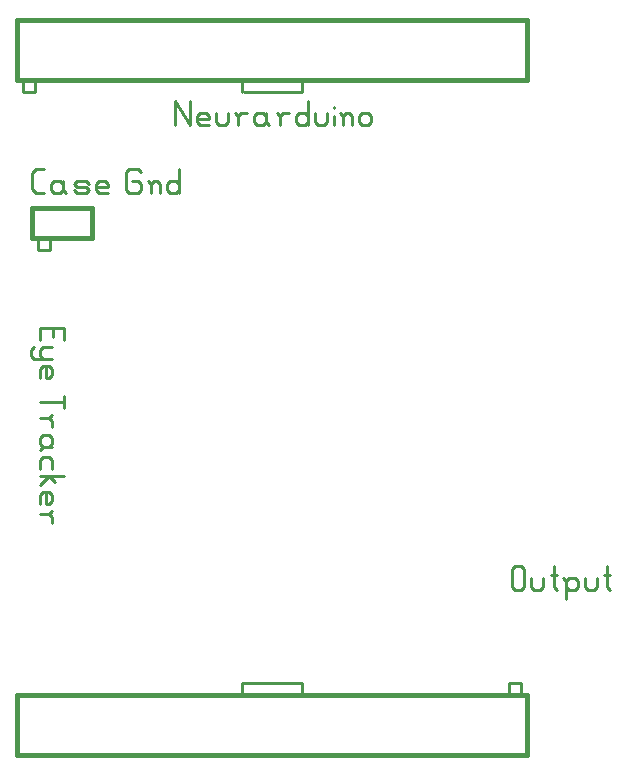
<source format=gbr>
G04 start of page 8 for group -4079 idx -4079 *
G04 Title: (unknown), topsilk *
G04 Creator: pcb 20140316 *
G04 CreationDate: Fri 02 Jun 2017 06:05:26 PM GMT UTC *
G04 For: thomasc *
G04 Format: Gerber/RS-274X *
G04 PCB-Dimensions (mil): 2500.00 2750.00 *
G04 PCB-Coordinate-Origin: lower left *
%MOIN*%
%FSLAX25Y25*%
%LNTOPSILK*%
%ADD47C,0.0150*%
%ADD46C,0.0100*%
G54D46*X92500Y233000D02*Y225000D01*
Y233000D02*X97500Y225000D01*
Y233000D02*Y225000D01*
X100900D02*X103900D01*
X99900Y226000D02*X100900Y225000D01*
X99900Y228000D02*Y226000D01*
Y228000D02*X100900Y229000D01*
X102900D01*
X103900Y228000D01*
X99900Y227000D02*X103900D01*
Y228000D02*Y227000D01*
X106300Y229000D02*Y226000D01*
X107300Y225000D01*
X109300D01*
X110300Y226000D01*
Y229000D02*Y226000D01*
X113700Y228000D02*Y225000D01*
Y228000D02*X114700Y229000D01*
X116700D01*
X112700D02*X113700Y228000D01*
X122100Y229000D02*X123100Y228000D01*
X120100Y229000D02*X122100D01*
X119100Y228000D02*X120100Y229000D01*
X119100Y228000D02*Y226000D01*
X120100Y225000D01*
X123100Y229000D02*Y226000D01*
X124100Y225000D01*
X120100D02*X122100D01*
X123100Y226000D01*
X127500Y228000D02*Y225000D01*
Y228000D02*X128500Y229000D01*
X130500D01*
X126500D02*X127500Y228000D01*
X136900Y233000D02*Y225000D01*
X135900D02*X136900Y226000D01*
X133900Y225000D02*X135900D01*
X132900Y226000D02*X133900Y225000D01*
X132900Y228000D02*Y226000D01*
Y228000D02*X133900Y229000D01*
X135900D01*
X136900Y228000D01*
X139300Y229000D02*Y226000D01*
X140300Y225000D01*
X142300D01*
X143300Y226000D01*
Y229000D02*Y226000D01*
X145700Y231000D02*Y230800D01*
Y228000D02*Y225000D01*
X148700Y228000D02*Y225000D01*
Y228000D02*X149700Y229000D01*
X150700D01*
X151700Y228000D01*
Y225000D01*
X147700Y229000D02*X148700Y228000D01*
X154100D02*Y226000D01*
Y228000D02*X155100Y229000D01*
X157100D01*
X158100Y228000D01*
Y226000D01*
X157100Y225000D02*X158100Y226000D01*
X155100Y225000D02*X157100D01*
X154100Y226000D02*X155100Y225000D01*
X46400Y202500D02*X49000D01*
X45000Y203900D02*X46400Y202500D01*
X45000Y209100D02*Y203900D01*
Y209100D02*X46400Y210500D01*
X49000D01*
X54400Y206500D02*X55400Y205500D01*
X52400Y206500D02*X54400D01*
X51400Y205500D02*X52400Y206500D01*
X51400Y205500D02*Y203500D01*
X52400Y202500D01*
X55400Y206500D02*Y203500D01*
X56400Y202500D01*
X52400D02*X54400D01*
X55400Y203500D01*
X59800Y202500D02*X62800D01*
X63800Y203500D01*
X62800Y204500D02*X63800Y203500D01*
X59800Y204500D02*X62800D01*
X58800Y205500D02*X59800Y204500D01*
X58800Y205500D02*X59800Y206500D01*
X62800D01*
X63800Y205500D01*
X58800Y203500D02*X59800Y202500D01*
X67200D02*X70200D01*
X66200Y203500D02*X67200Y202500D01*
X66200Y205500D02*Y203500D01*
Y205500D02*X67200Y206500D01*
X69200D01*
X70200Y205500D01*
X66200Y204500D02*X70200D01*
Y205500D02*Y204500D01*
X80200Y210500D02*X81200Y209500D01*
X77200Y210500D02*X80200D01*
X76200Y209500D02*X77200Y210500D01*
X76200Y209500D02*Y203500D01*
X77200Y202500D01*
X80200D01*
X81200Y203500D01*
Y205500D02*Y203500D01*
X80200Y206500D02*X81200Y205500D01*
X78200Y206500D02*X80200D01*
X84600Y205500D02*Y202500D01*
Y205500D02*X85600Y206500D01*
X86600D01*
X87600Y205500D01*
Y202500D01*
X83600Y206500D02*X84600Y205500D01*
X94000Y210500D02*Y202500D01*
X93000D02*X94000Y203500D01*
X91000Y202500D02*X93000D01*
X90000Y203500D02*X91000Y202500D01*
X90000Y205500D02*Y203500D01*
Y205500D02*X91000Y206500D01*
X93000D01*
X94000Y205500D01*
X51900Y157500D02*Y154500D01*
X47500Y157500D02*Y153500D01*
Y157500D02*X55500D01*
Y153500D01*
X48500Y151100D02*X51500D01*
X48500D02*X47500Y150100D01*
X45500Y147100D02*X51500D01*
X44500Y148100D02*X45500Y147100D01*
X44500Y150100D02*Y148100D01*
X45500Y151100D02*X44500Y150100D01*
X47500D02*Y148100D01*
X48500Y147100D01*
X47500Y143700D02*Y140700D01*
X48500Y144700D02*X47500Y143700D01*
X48500Y144700D02*X50500D01*
X51500Y143700D01*
Y141700D01*
X50500Y140700D01*
X49500Y144700D02*Y140700D01*
X50500D01*
X55500Y134700D02*Y130700D01*
X47500Y132700D02*X55500D01*
X47500Y127300D02*X50500D01*
X51500Y126300D01*
Y124300D01*
Y128300D02*X50500Y127300D01*
X51500Y118900D02*X50500Y117900D01*
X51500Y120900D02*Y118900D01*
X50500Y121900D02*X51500Y120900D01*
X48500Y121900D02*X50500D01*
X48500D02*X47500Y120900D01*
X48500Y117900D02*X51500D01*
X48500D02*X47500Y116900D01*
Y120900D02*Y118900D01*
X48500Y117900D01*
X51500Y113500D02*Y110500D01*
X50500Y114500D02*X51500Y113500D01*
X48500Y114500D02*X50500D01*
X48500D02*X47500Y113500D01*
Y110500D01*
Y108100D02*X55500D01*
X50500D02*X47500Y105100D01*
X50500Y108100D02*X52500Y106100D01*
X47500Y101700D02*Y98700D01*
X48500Y102700D02*X47500Y101700D01*
X48500Y102700D02*X50500D01*
X51500Y101700D01*
Y99700D01*
X50500Y98700D01*
X49500Y102700D02*Y98700D01*
X50500D01*
X47500Y95300D02*X50500D01*
X51500Y94300D01*
Y92300D01*
Y96300D02*X50500Y95300D01*
X205000Y77000D02*Y71000D01*
Y77000D02*X206000Y78000D01*
X208000D01*
X209000Y77000D01*
Y71000D01*
X208000Y70000D02*X209000Y71000D01*
X206000Y70000D02*X208000D01*
X205000Y71000D02*X206000Y70000D01*
X211400Y74000D02*Y71000D01*
X212400Y70000D01*
X214400D01*
X215400Y71000D01*
Y74000D02*Y71000D01*
X218800Y78000D02*Y71000D01*
X219800Y70000D01*
X217800Y75000D02*X219800D01*
X222800Y73000D02*Y67000D01*
X221800Y74000D02*X222800Y73000D01*
X223800Y74000D01*
X225800D01*
X226800Y73000D01*
Y71000D01*
X225800Y70000D02*X226800Y71000D01*
X223800Y70000D02*X225800D01*
X222800Y71000D02*X223800Y70000D01*
X229200Y74000D02*Y71000D01*
X230200Y70000D01*
X232200D01*
X233200Y71000D01*
Y74000D02*Y71000D01*
X236600Y78000D02*Y71000D01*
X237600Y70000D01*
X235600Y75000D02*X237600D01*
G54D47*X210000Y260000D02*Y240000D01*
X40000Y260000D02*Y240000D01*
G54D46*X42000D02*Y236000D01*
G54D47*X40000Y240000D02*X210000D01*
G54D46*X42000Y236000D02*X46000D01*
G54D47*X40000Y260000D02*X210000D01*
G54D46*X46000Y240000D02*Y236000D01*
X135000Y240000D02*Y236000D01*
X115000Y240000D02*Y236000D01*
X115500D02*X135000D01*
G54D47*X40000Y35000D02*Y15000D01*
X210000Y35000D02*Y15000D01*
G54D46*X208000Y39000D02*Y35000D01*
G54D47*X40000D02*X210000D01*
G54D46*X204000Y39000D02*X208000D01*
G54D47*X40000Y15000D02*X210000D01*
G54D46*X204000Y39000D02*Y35000D01*
X115000Y39000D02*Y35000D01*
X135000Y39000D02*Y35000D01*
X115000Y39000D02*X134500D01*
G54D47*X65000Y197500D02*X45000D01*
Y187500D02*X65000D01*
G54D46*X47000Y183500D02*X51000D01*
Y187500D01*
X47000D02*Y183500D01*
G54D47*X45000Y197500D02*Y187500D01*
X65000Y197500D02*Y187500D01*
M02*

</source>
